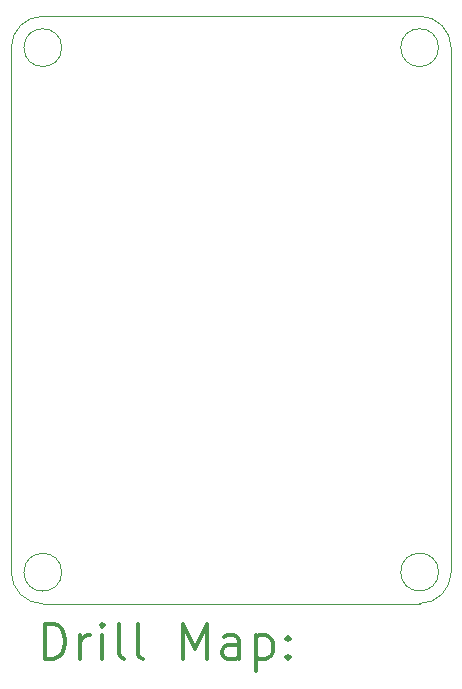
<source format=gbr>
%FSLAX45Y45*%
G04 Gerber Fmt 4.5, Leading zero omitted, Abs format (unit mm)*
G04 Created by KiCad (PCBNEW (5.1.5-0-10_14)) date 2020-07-06 12:54:50*
%MOMM*%
%LPD*%
G04 APERTURE LIST*
%TA.AperFunction,Profile*%
%ADD10C,0.050000*%
%TD*%
%ADD11C,0.200000*%
%ADD12C,0.300000*%
G04 APERTURE END LIST*
D10*
X13738880Y-7020560D02*
X13738860Y-11461750D01*
X17195800Y-6753860D02*
X14005580Y-6753860D01*
X17462500Y-11460480D02*
X17462500Y-7020560D01*
X14005560Y-11728450D02*
X17195800Y-11727180D01*
X17195800Y-6753860D02*
G75*
G02X17462500Y-7020560I0J-266700D01*
G01*
X17462500Y-11460480D02*
G75*
G02X17195800Y-11727180I-266700J0D01*
G01*
X14005560Y-11728450D02*
G75*
G02X13738860Y-11461750I0J266700D01*
G01*
X13738880Y-7020560D02*
G75*
G02X14005580Y-6753860I266700J0D01*
G01*
X14165560Y-11461750D02*
G75*
G03X14165560Y-11461750I-160000J0D01*
G01*
X17355800Y-11460480D02*
G75*
G03X17355800Y-11460480I-160000J0D01*
G01*
X14165580Y-7020560D02*
G75*
G03X14165580Y-7020560I-160000J0D01*
G01*
X17355800Y-7020560D02*
G75*
G03X17355800Y-7020560I-160000J0D01*
G01*
D11*
D12*
X14022788Y-12196664D02*
X14022788Y-11896664D01*
X14094217Y-11896664D01*
X14137074Y-11910950D01*
X14165646Y-11939521D01*
X14179931Y-11968093D01*
X14194217Y-12025236D01*
X14194217Y-12068093D01*
X14179931Y-12125236D01*
X14165646Y-12153807D01*
X14137074Y-12182379D01*
X14094217Y-12196664D01*
X14022788Y-12196664D01*
X14322788Y-12196664D02*
X14322788Y-11996664D01*
X14322788Y-12053807D02*
X14337074Y-12025236D01*
X14351360Y-12010950D01*
X14379931Y-11996664D01*
X14408503Y-11996664D01*
X14508503Y-12196664D02*
X14508503Y-11996664D01*
X14508503Y-11896664D02*
X14494217Y-11910950D01*
X14508503Y-11925236D01*
X14522788Y-11910950D01*
X14508503Y-11896664D01*
X14508503Y-11925236D01*
X14694217Y-12196664D02*
X14665646Y-12182379D01*
X14651360Y-12153807D01*
X14651360Y-11896664D01*
X14851360Y-12196664D02*
X14822788Y-12182379D01*
X14808503Y-12153807D01*
X14808503Y-11896664D01*
X15194217Y-12196664D02*
X15194217Y-11896664D01*
X15294217Y-12110950D01*
X15394217Y-11896664D01*
X15394217Y-12196664D01*
X15665646Y-12196664D02*
X15665646Y-12039521D01*
X15651360Y-12010950D01*
X15622788Y-11996664D01*
X15565646Y-11996664D01*
X15537074Y-12010950D01*
X15665646Y-12182379D02*
X15637074Y-12196664D01*
X15565646Y-12196664D01*
X15537074Y-12182379D01*
X15522788Y-12153807D01*
X15522788Y-12125236D01*
X15537074Y-12096664D01*
X15565646Y-12082379D01*
X15637074Y-12082379D01*
X15665646Y-12068093D01*
X15808503Y-11996664D02*
X15808503Y-12296664D01*
X15808503Y-12010950D02*
X15837074Y-11996664D01*
X15894217Y-11996664D01*
X15922788Y-12010950D01*
X15937074Y-12025236D01*
X15951360Y-12053807D01*
X15951360Y-12139521D01*
X15937074Y-12168093D01*
X15922788Y-12182379D01*
X15894217Y-12196664D01*
X15837074Y-12196664D01*
X15808503Y-12182379D01*
X16079931Y-12168093D02*
X16094217Y-12182379D01*
X16079931Y-12196664D01*
X16065646Y-12182379D01*
X16079931Y-12168093D01*
X16079931Y-12196664D01*
X16079931Y-12010950D02*
X16094217Y-12025236D01*
X16079931Y-12039521D01*
X16065646Y-12025236D01*
X16079931Y-12010950D01*
X16079931Y-12039521D01*
M02*

</source>
